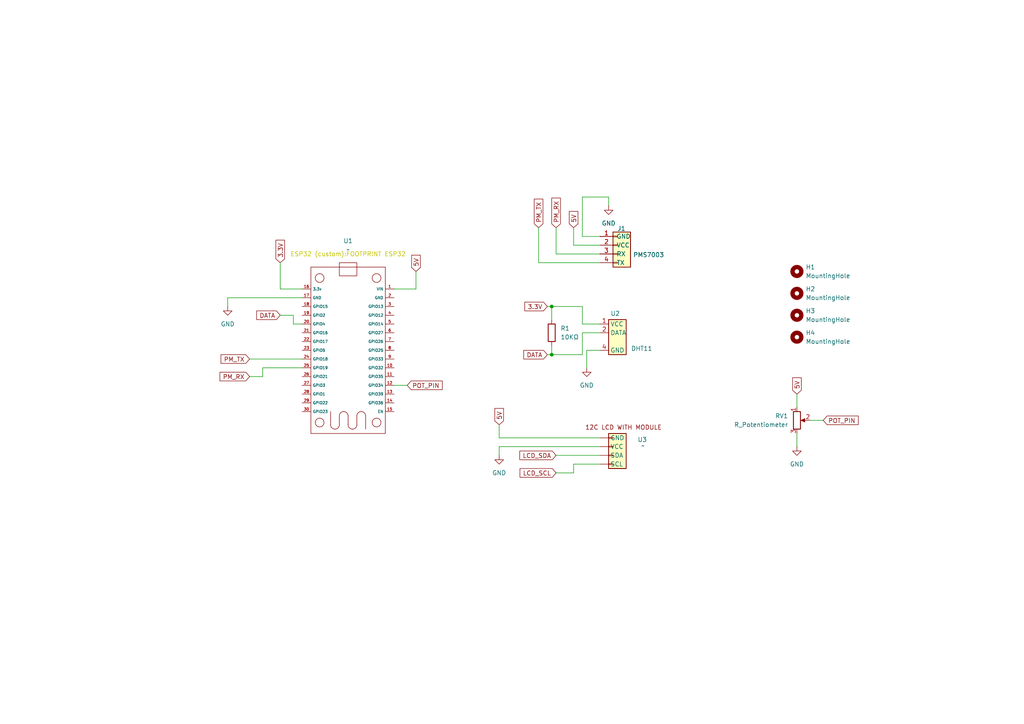
<source format=kicad_sch>
(kicad_sch
	(version 20231120)
	(generator "eeschema")
	(generator_version "8.0")
	(uuid "cfcab6a9-c344-4d96-8102-945fabeab32e")
	(paper "A4")
	(title_block
		(title "PMCO semsor")
		(rev "0")
		(company "Kathmandu University")
		(comment 1 "//comments")
	)
	(lib_symbols
		(symbol "Connector_Generic:Conn_01x04"
			(pin_names
				(offset 1.016)
			)
			(exclude_from_sim no)
			(in_bom yes)
			(on_board yes)
			(property "Reference" "J1"
				(at 0 4.826 0)
				(effects
					(font
						(size 1.27 1.27)
					)
					(justify left)
				)
			)
			(property "Value" "PMS7003"
				(at 4.572 -2.794 0)
				(effects
					(font
						(size 1.27 1.27)
					)
					(justify left)
				)
			)
			(property "Footprint" "Connector_PinHeader_2.54mm:PinHeader_1x04_P2.54mm_Vertical"
				(at 0 0 0)
				(effects
					(font
						(size 1.27 1.27)
					)
					(hide yes)
				)
			)
			(property "Datasheet" "~"
				(at 0 0 0)
				(effects
					(font
						(size 1.27 1.27)
					)
					(hide yes)
				)
			)
			(property "Description" "Generic connector, single row, 01x04, script generated (kicad-library-utils/schlib/autogen/connector/)"
				(at 0 0 0)
				(effects
					(font
						(size 1.27 1.27)
					)
					(hide yes)
				)
			)
			(property "ki_keywords" "connector"
				(at 0 0 0)
				(effects
					(font
						(size 1.27 1.27)
					)
					(hide yes)
				)
			)
			(property "ki_fp_filters" "Connector*:*_1x??_*"
				(at 0 0 0)
				(effects
					(font
						(size 1.27 1.27)
					)
					(hide yes)
				)
			)
			(symbol "Conn_01x04_1_1"
				(rectangle
					(start -1.27 -4.953)
					(end 0 -5.207)
					(stroke
						(width 0.1524)
						(type default)
					)
					(fill
						(type none)
					)
				)
				(rectangle
					(start -1.27 -2.413)
					(end 0 -2.667)
					(stroke
						(width 0.1524)
						(type default)
					)
					(fill
						(type none)
					)
				)
				(rectangle
					(start -1.27 0.127)
					(end 0 -0.127)
					(stroke
						(width 0.1524)
						(type default)
					)
					(fill
						(type none)
					)
				)
				(rectangle
					(start -1.27 2.667)
					(end 0 2.413)
					(stroke
						(width 0.1524)
						(type default)
					)
					(fill
						(type none)
					)
				)
				(rectangle
					(start -1.27 3.81)
					(end 3.81 -6.35)
					(stroke
						(width 0.254)
						(type default)
					)
					(fill
						(type background)
					)
				)
				(pin passive line
					(at -5.08 2.54 0)
					(length 3.81)
					(name "GND"
						(effects
							(font
								(size 1.27 1.27)
							)
						)
					)
					(number "1"
						(effects
							(font
								(size 1.27 1.27)
							)
						)
					)
				)
				(pin passive line
					(at -5.08 0 0)
					(length 3.81)
					(name "VCC"
						(effects
							(font
								(size 1.27 1.27)
							)
						)
					)
					(number "2"
						(effects
							(font
								(size 1.27 1.27)
							)
						)
					)
				)
				(pin passive line
					(at -5.08 -2.54 0)
					(length 3.81)
					(name "RX"
						(effects
							(font
								(size 1.27 1.27)
							)
						)
					)
					(number "3"
						(effects
							(font
								(size 1.27 1.27)
							)
						)
					)
				)
				(pin passive line
					(at -5.08 -5.08 0)
					(length 3.81)
					(name "TX"
						(effects
							(font
								(size 1.27 1.27)
							)
						)
					)
					(number "4"
						(effects
							(font
								(size 1.27 1.27)
							)
						)
					)
				)
			)
		)
		(symbol "Device:R"
			(pin_numbers hide)
			(pin_names
				(offset 0)
			)
			(exclude_from_sim no)
			(in_bom yes)
			(on_board yes)
			(property "Reference" "R"
				(at 2.032 0 90)
				(effects
					(font
						(size 1.27 1.27)
					)
				)
			)
			(property "Value" "R"
				(at 0 0 90)
				(effects
					(font
						(size 1.27 1.27)
					)
				)
			)
			(property "Footprint" ""
				(at -1.778 0 90)
				(effects
					(font
						(size 1.27 1.27)
					)
					(hide yes)
				)
			)
			(property "Datasheet" "~"
				(at 0 0 0)
				(effects
					(font
						(size 1.27 1.27)
					)
					(hide yes)
				)
			)
			(property "Description" "Resistor"
				(at 0 0 0)
				(effects
					(font
						(size 1.27 1.27)
					)
					(hide yes)
				)
			)
			(property "ki_keywords" "R res resistor"
				(at 0 0 0)
				(effects
					(font
						(size 1.27 1.27)
					)
					(hide yes)
				)
			)
			(property "ki_fp_filters" "R_*"
				(at 0 0 0)
				(effects
					(font
						(size 1.27 1.27)
					)
					(hide yes)
				)
			)
			(symbol "R_0_1"
				(rectangle
					(start -1.016 -2.54)
					(end 1.016 2.54)
					(stroke
						(width 0.254)
						(type default)
					)
					(fill
						(type none)
					)
				)
			)
			(symbol "R_1_1"
				(pin passive line
					(at 0 3.81 270)
					(length 1.27)
					(name "~"
						(effects
							(font
								(size 1.27 1.27)
							)
						)
					)
					(number "1"
						(effects
							(font
								(size 1.27 1.27)
							)
						)
					)
				)
				(pin passive line
					(at 0 -3.81 90)
					(length 1.27)
					(name "~"
						(effects
							(font
								(size 1.27 1.27)
							)
						)
					)
					(number "2"
						(effects
							(font
								(size 1.27 1.27)
							)
						)
					)
				)
			)
		)
		(symbol "Device:R_Potentiometer"
			(pin_names
				(offset 1.016) hide)
			(exclude_from_sim no)
			(in_bom yes)
			(on_board yes)
			(property "Reference" "RV"
				(at -4.445 0 90)
				(effects
					(font
						(size 1.27 1.27)
					)
				)
			)
			(property "Value" "R_Potentiometer"
				(at -2.54 0 90)
				(effects
					(font
						(size 1.27 1.27)
					)
				)
			)
			(property "Footprint" ""
				(at 0 0 0)
				(effects
					(font
						(size 1.27 1.27)
					)
					(hide yes)
				)
			)
			(property "Datasheet" "~"
				(at 0 0 0)
				(effects
					(font
						(size 1.27 1.27)
					)
					(hide yes)
				)
			)
			(property "Description" "Potentiometer"
				(at 0 0 0)
				(effects
					(font
						(size 1.27 1.27)
					)
					(hide yes)
				)
			)
			(property "ki_keywords" "resistor variable"
				(at 0 0 0)
				(effects
					(font
						(size 1.27 1.27)
					)
					(hide yes)
				)
			)
			(property "ki_fp_filters" "Potentiometer*"
				(at 0 0 0)
				(effects
					(font
						(size 1.27 1.27)
					)
					(hide yes)
				)
			)
			(symbol "R_Potentiometer_0_1"
				(polyline
					(pts
						(xy 2.54 0) (xy 1.524 0)
					)
					(stroke
						(width 0)
						(type default)
					)
					(fill
						(type none)
					)
				)
				(polyline
					(pts
						(xy 1.143 0) (xy 2.286 0.508) (xy 2.286 -0.508) (xy 1.143 0)
					)
					(stroke
						(width 0)
						(type default)
					)
					(fill
						(type outline)
					)
				)
				(rectangle
					(start 1.016 2.54)
					(end -1.016 -2.54)
					(stroke
						(width 0.254)
						(type default)
					)
					(fill
						(type none)
					)
				)
			)
			(symbol "R_Potentiometer_1_1"
				(pin passive line
					(at 0 3.81 270)
					(length 1.27)
					(name "1"
						(effects
							(font
								(size 1.27 1.27)
							)
						)
					)
					(number "1"
						(effects
							(font
								(size 1.27 1.27)
							)
						)
					)
				)
				(pin passive line
					(at 3.81 0 180)
					(length 1.27)
					(name "2"
						(effects
							(font
								(size 1.27 1.27)
							)
						)
					)
					(number "2"
						(effects
							(font
								(size 1.27 1.27)
							)
						)
					)
				)
				(pin passive line
					(at 0 -3.81 90)
					(length 1.27)
					(name "3"
						(effects
							(font
								(size 1.27 1.27)
							)
						)
					)
					(number "3"
						(effects
							(font
								(size 1.27 1.27)
							)
						)
					)
				)
			)
		)
		(symbol "I2c_LCD (custom):I2c_lcd_with_module"
			(exclude_from_sim no)
			(in_bom yes)
			(on_board yes)
			(property "Reference" "U3"
				(at 8.382 8.382 0)
				(effects
					(font
						(size 1.27 1.27)
					)
					(justify left)
				)
			)
			(property "Value" "~"
				(at 9.398 6.604 0)
				(effects
					(font
						(size 1.27 1.27)
					)
					(justify left)
				)
			)
			(property "Footprint" "Connector_PinHeader_2.54mm:PinHeader_1x04_P2.54mm_Vertical"
				(at 0 0 0)
				(effects
					(font
						(size 1.27 1.27)
					)
					(hide yes)
				)
			)
			(property "Datasheet" ""
				(at 0 0 0)
				(effects
					(font
						(size 1.27 1.27)
					)
					(hide yes)
				)
			)
			(property "Description" ""
				(at 0 0 0)
				(effects
					(font
						(size 1.27 1.27)
					)
					(hide yes)
				)
			)
			(symbol "I2c_lcd_with_module_1_1"
				(rectangle
					(start 0 1.397)
					(end 1.27 1.143)
					(stroke
						(width 0.1524)
						(type default)
					)
					(fill
						(type none)
					)
				)
				(rectangle
					(start 0 3.937)
					(end 1.27 3.683)
					(stroke
						(width 0.1524)
						(type default)
					)
					(fill
						(type none)
					)
				)
				(rectangle
					(start 0 6.477)
					(end 1.27 6.223)
					(stroke
						(width 0.1524)
						(type default)
					)
					(fill
						(type none)
					)
				)
				(rectangle
					(start 0 9.017)
					(end 1.27 8.763)
					(stroke
						(width 0.1524)
						(type default)
					)
					(fill
						(type none)
					)
				)
				(rectangle
					(start 0 10.16)
					(end 5.08 0)
					(stroke
						(width 0.254)
						(type default)
					)
					(fill
						(type background)
					)
				)
				(text "12C LCD WITH MODULE\n "
					(at 4.318 10.922 0)
					(effects
						(font
							(size 1.27 1.27)
						)
					)
				)
				(pin power_out line
					(at -2.54 8.89 0)
					(length 2.54)
					(name "GND"
						(effects
							(font
								(size 1.27 1.27)
							)
						)
					)
					(number ""
						(effects
							(font
								(size 1.27 1.27)
							)
						)
					)
				)
				(pin unspecified line
					(at -2.54 1.27 0)
					(length 2.54)
					(name "SCL"
						(effects
							(font
								(size 1.27 1.27)
							)
						)
					)
					(number ""
						(effects
							(font
								(size 1.27 1.27)
							)
						)
					)
				)
				(pin unspecified line
					(at -2.54 3.81 0)
					(length 2.54)
					(name "SDA"
						(effects
							(font
								(size 1.27 1.27)
							)
						)
					)
					(number ""
						(effects
							(font
								(size 1.27 1.27)
							)
						)
					)
				)
				(pin power_in line
					(at -2.54 6.35 0)
					(length 2.54)
					(name "VCC"
						(effects
							(font
								(size 1.27 1.27)
							)
						)
					)
					(number ""
						(effects
							(font
								(size 1.27 1.27)
							)
						)
					)
				)
			)
		)
		(symbol "Mechanical:MountingHole"
			(pin_names
				(offset 1.016)
			)
			(exclude_from_sim yes)
			(in_bom no)
			(on_board yes)
			(property "Reference" "H"
				(at 0 5.08 0)
				(effects
					(font
						(size 1.27 1.27)
					)
				)
			)
			(property "Value" "MountingHole"
				(at 0 3.175 0)
				(effects
					(font
						(size 1.27 1.27)
					)
				)
			)
			(property "Footprint" ""
				(at 0 0 0)
				(effects
					(font
						(size 1.27 1.27)
					)
					(hide yes)
				)
			)
			(property "Datasheet" "~"
				(at 0 0 0)
				(effects
					(font
						(size 1.27 1.27)
					)
					(hide yes)
				)
			)
			(property "Description" "Mounting Hole without connection"
				(at 0 0 0)
				(effects
					(font
						(size 1.27 1.27)
					)
					(hide yes)
				)
			)
			(property "ki_keywords" "mounting hole"
				(at 0 0 0)
				(effects
					(font
						(size 1.27 1.27)
					)
					(hide yes)
				)
			)
			(property "ki_fp_filters" "MountingHole*"
				(at 0 0 0)
				(effects
					(font
						(size 1.27 1.27)
					)
					(hide yes)
				)
			)
			(symbol "MountingHole_0_1"
				(circle
					(center 0 0)
					(radius 1.27)
					(stroke
						(width 1.27)
						(type default)
					)
					(fill
						(type none)
					)
				)
			)
		)
		(symbol "Sensor:DHT11"
			(exclude_from_sim no)
			(in_bom yes)
			(on_board yes)
			(property "Reference" "U2"
				(at 0.762 8.128 0)
				(effects
					(font
						(size 1.27 1.27)
					)
					(justify right)
				)
			)
			(property "Value" "DHT11"
				(at 10.16 -2.032 0)
				(effects
					(font
						(size 1.27 1.27)
					)
					(justify right)
				)
			)
			(property "Footprint" "Sensor:Aosong_DHT11_5.5x12.0_P2.54mm"
				(at 2.54 22.86 0)
				(effects
					(font
						(size 1.27 1.27)
					)
					(hide yes)
				)
			)
			(property "Datasheet" "http://akizukidenshi.com/download/ds/aosong/DHT11.pdf"
				(at 3.81 16.764 0)
				(effects
					(font
						(size 1.27 1.27)
					)
					(hide yes)
				)
			)
			(property "Description" "3.3V to 5.5V, temperature and humidity module, DHT11"
				(at -0.508 13.716 0)
				(effects
					(font
						(size 1.27 1.27)
					)
					(hide yes)
				)
			)
			(property "ki_keywords" "digital sensor"
				(at 0 0 0)
				(effects
					(font
						(size 1.27 1.27)
					)
					(hide yes)
				)
			)
			(property "ki_fp_filters" "Aosong*DHT11*5.5x12.0*P2.54mm*"
				(at 0 0 0)
				(effects
					(font
						(size 1.27 1.27)
					)
					(hide yes)
				)
			)
			(symbol "DHT11_0_1"
				(rectangle
					(start -2.54 6.35)
					(end 2.54 -3.81)
					(stroke
						(width 0.254)
						(type default)
					)
					(fill
						(type background)
					)
				)
			)
			(symbol "DHT11_1_1"
				(pin power_in line
					(at -5.08 5.08 0)
					(length 2.54)
					(name "VCC"
						(effects
							(font
								(size 1.27 1.27)
							)
						)
					)
					(number "1"
						(effects
							(font
								(size 1.27 1.27)
							)
						)
					)
				)
				(pin bidirectional line
					(at -5.08 2.54 0)
					(length 2.54)
					(name "DATA"
						(effects
							(font
								(size 1.27 1.27)
							)
						)
					)
					(number "2"
						(effects
							(font
								(size 1.27 1.27)
							)
						)
					)
				)
				(pin no_connect line
					(at -5.08 0 0)
					(length 2.54) hide
					(name "NC"
						(effects
							(font
								(size 1.27 1.27)
							)
						)
					)
					(number "3"
						(effects
							(font
								(size 1.27 1.27)
							)
						)
					)
				)
				(pin power_in line
					(at -5.08 -2.54 0)
					(length 2.54)
					(name "GND"
						(effects
							(font
								(size 1.27 1.27)
							)
						)
					)
					(number "4"
						(effects
							(font
								(size 1.27 1.27)
							)
						)
					)
				)
			)
		)
		(symbol "esp32_30pin:ESP32_30Pin"
			(exclude_from_sim no)
			(in_bom yes)
			(on_board yes)
			(property "Reference" "U"
				(at 0 1.016 0)
				(effects
					(font
						(size 1.27 1.27)
					)
				)
			)
			(property "Value" ""
				(at 0.635 -2.54 90)
				(effects
					(font
						(size 1.27 1.27)
					)
				)
			)
			(property "Footprint" "ESP32_30pin"
				(at 0.762 -1.016 0)
				(effects
					(font
						(size 1.27 1.27)
						(color 194 194 0 1)
					)
				)
			)
			(property "Datasheet" ""
				(at 0.635 -2.54 90)
				(effects
					(font
						(size 1.27 1.27)
					)
					(hide yes)
				)
			)
			(property "Description" ""
				(at 0.635 -2.54 90)
				(effects
					(font
						(size 1.27 1.27)
					)
					(hide yes)
				)
			)
			(symbol "ESP32_30Pin_0_1"
				(rectangle
					(start -10.16 -26.67)
					(end 11.43 21.59)
					(stroke
						(width 0)
						(type default)
					)
					(fill
						(type none)
					)
				)
				(circle
					(center -7.62 -23.495)
					(radius 1.27)
					(stroke
						(width 0)
						(type default)
					)
					(fill
						(type none)
					)
				)
				(circle
					(center -7.62 18.415)
					(radius 1.27)
					(stroke
						(width 0)
						(type default)
					)
					(fill
						(type none)
					)
				)
				(arc
					(start -4.445 -24.13)
					(mid -4.0723 -25.0273)
					(end -3.175 -25.4)
					(stroke
						(width 0)
						(type default)
					)
					(fill
						(type none)
					)
				)
				(arc
					(start -3.1675 -25.4075)
					(mid -2.2717 -25.0333)
					(end -1.8975 -24.1375)
					(stroke
						(width 0)
						(type default)
					)
					(fill
						(type none)
					)
				)
				(rectangle
					(start -1.905 19.05)
					(end 3.175 22.86)
					(stroke
						(width 0)
						(type default)
					)
					(fill
						(type none)
					)
				)
				(arc
					(start -0.64 -20.31)
					(mid -1.5358 -20.6842)
					(end -1.91 -21.58)
					(stroke
						(width 0)
						(type default)
					)
					(fill
						(type none)
					)
				)
				(polyline
					(pts
						(xy -4.445 -24.13) (xy -4.445 -22.86)
					)
					(stroke
						(width 0)
						(type default)
					)
					(fill
						(type none)
					)
				)
				(polyline
					(pts
						(xy -4.445 -22.86) (xy -4.445 -20.32)
					)
					(stroke
						(width 0)
						(type default)
					)
					(fill
						(type none)
					)
				)
				(polyline
					(pts
						(xy -1.905 -24.13) (xy -1.905 -22.86)
					)
					(stroke
						(width 0)
						(type default)
					)
					(fill
						(type none)
					)
				)
				(polyline
					(pts
						(xy -1.9025 -21.5875) (xy -1.9025 -22.8575)
					)
					(stroke
						(width 0)
						(type default)
					)
					(fill
						(type none)
					)
				)
				(polyline
					(pts
						(xy 0.635 -24.13) (xy 0.635 -22.86)
					)
					(stroke
						(width 0)
						(type default)
					)
					(fill
						(type none)
					)
				)
				(polyline
					(pts
						(xy 0.6375 -21.5875) (xy 0.6375 -22.8575)
					)
					(stroke
						(width 0)
						(type default)
					)
					(fill
						(type none)
					)
				)
				(polyline
					(pts
						(xy 3.175 -24.13) (xy 3.175 -22.86)
					)
					(stroke
						(width 0)
						(type default)
					)
					(fill
						(type none)
					)
				)
				(polyline
					(pts
						(xy 3.1775 -21.5875) (xy 3.1775 -22.8575)
					)
					(stroke
						(width 0)
						(type default)
					)
					(fill
						(type none)
					)
				)
				(polyline
					(pts
						(xy 5.715 -22.86) (xy 5.715 -25.4)
					)
					(stroke
						(width 0)
						(type default)
					)
					(fill
						(type none)
					)
				)
				(polyline
					(pts
						(xy 5.7175 -21.5875) (xy 5.7175 -22.8575)
					)
					(stroke
						(width 0)
						(type default)
					)
					(fill
						(type none)
					)
				)
				(arc
					(start 0.635 -24.13)
					(mid 1.0077 -25.0273)
					(end 1.905 -25.4)
					(stroke
						(width 0)
						(type default)
					)
					(fill
						(type none)
					)
				)
				(arc
					(start 0.6375 -21.5875)
					(mid 0.2648 -20.6902)
					(end -0.6325 -20.3175)
					(stroke
						(width 0)
						(type default)
					)
					(fill
						(type none)
					)
				)
				(arc
					(start 1.9125 -25.4075)
					(mid 2.8083 -25.0333)
					(end 3.1825 -24.1375)
					(stroke
						(width 0)
						(type default)
					)
					(fill
						(type none)
					)
				)
				(arc
					(start 4.44 -20.31)
					(mid 3.5442 -20.6842)
					(end 3.17 -21.58)
					(stroke
						(width 0)
						(type default)
					)
					(fill
						(type none)
					)
				)
				(arc
					(start 5.7175 -21.5875)
					(mid 5.3448 -20.6902)
					(end 4.4475 -20.3175)
					(stroke
						(width 0)
						(type default)
					)
					(fill
						(type none)
					)
				)
				(circle
					(center 8.89 -23.495)
					(radius 1.27)
					(stroke
						(width 0)
						(type default)
					)
					(fill
						(type none)
					)
				)
				(circle
					(center 8.89 18.415)
					(radius 1.27)
					(stroke
						(width 0)
						(type default)
					)
					(fill
						(type none)
					)
				)
			)
			(symbol "ESP32_30Pin_1_1"
				(pin power_out line
					(at 13.97 15.24 180)
					(length 2.54)
					(name "VIN"
						(effects
							(font
								(size 0.7874 0.7874)
							)
						)
					)
					(number "1"
						(effects
							(font
								(size 0.7874 0.7874)
							)
						)
					)
				)
				(pin bidirectional line
					(at 13.97 -7.62 180)
					(length 2.54)
					(name "GPIO32"
						(effects
							(font
								(size 0.7874 0.7874)
							)
						)
					)
					(number "10"
						(effects
							(font
								(size 0.7874 0.7874)
							)
						)
					)
				)
				(pin bidirectional line
					(at 13.97 -10.16 180)
					(length 2.54)
					(name "GPIO35"
						(effects
							(font
								(size 0.7874 0.7874)
							)
						)
					)
					(number "11"
						(effects
							(font
								(size 0.7874 0.7874)
							)
						)
					)
				)
				(pin bidirectional line
					(at 13.97 -12.7 180)
					(length 2.54)
					(name "GPIO34"
						(effects
							(font
								(size 0.7874 0.7874)
							)
						)
					)
					(number "12"
						(effects
							(font
								(size 0.7874 0.7874)
							)
						)
					)
				)
				(pin bidirectional line
					(at 13.97 -15.24 180)
					(length 2.54)
					(name "GPIO39"
						(effects
							(font
								(size 0.7874 0.7874)
							)
						)
					)
					(number "13"
						(effects
							(font
								(size 0.7874 0.7874)
							)
						)
					)
				)
				(pin bidirectional line
					(at 13.97 -17.78 180)
					(length 2.54)
					(name "GPIO36"
						(effects
							(font
								(size 0.7874 0.7874)
							)
						)
					)
					(number "14"
						(effects
							(font
								(size 0.7874 0.7874)
							)
						)
					)
				)
				(pin bidirectional line
					(at 13.97 -20.32 180)
					(length 2.54)
					(name "EN"
						(effects
							(font
								(size 0.7874 0.7874)
							)
						)
					)
					(number "15"
						(effects
							(font
								(size 0.7874 0.7874)
							)
						)
					)
				)
				(pin output line
					(at -12.7 15.24 0)
					(length 2.54)
					(name "3.3v"
						(effects
							(font
								(size 0.7874 0.7874)
							)
						)
					)
					(number "16"
						(effects
							(font
								(size 0.7874 0.7874)
							)
						)
					)
				)
				(pin power_in line
					(at -12.7 12.7 0)
					(length 2.54)
					(name "GND"
						(effects
							(font
								(size 0.7874 0.7874)
							)
						)
					)
					(number "17"
						(effects
							(font
								(size 0.7874 0.7874)
							)
						)
					)
				)
				(pin bidirectional line
					(at -12.7 10.16 0)
					(length 2.54)
					(name "GPIO15"
						(effects
							(font
								(size 0.7874 0.7874)
							)
						)
					)
					(number "18"
						(effects
							(font
								(size 0.7874 0.7874)
							)
						)
					)
				)
				(pin bidirectional line
					(at -12.7 7.62 0)
					(length 2.54)
					(name "GPIO2"
						(effects
							(font
								(size 0.7874 0.7874)
							)
						)
					)
					(number "19"
						(effects
							(font
								(size 0.7874 0.7874)
							)
						)
					)
				)
				(pin bidirectional line
					(at 13.97 12.7 180)
					(length 2.54)
					(name "GND"
						(effects
							(font
								(size 0.7874 0.7874)
							)
						)
					)
					(number "2"
						(effects
							(font
								(size 0.7874 0.7874)
							)
						)
					)
				)
				(pin bidirectional line
					(at -12.7 5.08 0)
					(length 2.54)
					(name "GPIO4"
						(effects
							(font
								(size 0.7874 0.7874)
							)
						)
					)
					(number "20"
						(effects
							(font
								(size 0.7874 0.7874)
							)
						)
					)
				)
				(pin bidirectional line
					(at -12.7 2.54 0)
					(length 2.54)
					(name "GPIO16"
						(effects
							(font
								(size 0.7874 0.7874)
							)
						)
					)
					(number "21"
						(effects
							(font
								(size 0.7874 0.7874)
							)
						)
					)
				)
				(pin bidirectional line
					(at -12.7 0 0)
					(length 2.54)
					(name "GPIO17"
						(effects
							(font
								(size 0.7874 0.7874)
							)
						)
					)
					(number "22"
						(effects
							(font
								(size 0.7874 0.7874)
							)
						)
					)
				)
				(pin bidirectional line
					(at -12.7 -2.54 0)
					(length 2.54)
					(name "GPIO5"
						(effects
							(font
								(size 0.7874 0.7874)
							)
						)
					)
					(number "23"
						(effects
							(font
								(size 0.7874 0.7874)
							)
						)
					)
				)
				(pin bidirectional line
					(at -12.7 -5.08 0)
					(length 2.54)
					(name "GPIO18"
						(effects
							(font
								(size 0.7874 0.7874)
							)
						)
					)
					(number "24"
						(effects
							(font
								(size 0.7874 0.7874)
							)
						)
					)
				)
				(pin bidirectional line
					(at -12.7 -7.62 0)
					(length 2.54)
					(name "GPIO19"
						(effects
							(font
								(size 0.7874 0.7874)
							)
						)
					)
					(number "25"
						(effects
							(font
								(size 0.7874 0.7874)
							)
						)
					)
				)
				(pin bidirectional line
					(at -12.7 -10.16 0)
					(length 2.54)
					(name "GPIO21"
						(effects
							(font
								(size 0.7874 0.7874)
							)
						)
					)
					(number "26"
						(effects
							(font
								(size 0.7874 0.7874)
							)
						)
					)
				)
				(pin bidirectional line
					(at -12.7 -12.7 0)
					(length 2.54)
					(name "GPIO3"
						(effects
							(font
								(size 0.7874 0.7874)
							)
						)
					)
					(number "27"
						(effects
							(font
								(size 0.7874 0.7874)
							)
						)
					)
				)
				(pin bidirectional line
					(at -12.7 -15.24 0)
					(length 2.54)
					(name "GPIO1"
						(effects
							(font
								(size 0.7874 0.7874)
							)
						)
					)
					(number "28"
						(effects
							(font
								(size 0.7874 0.7874)
							)
						)
					)
				)
				(pin bidirectional line
					(at -12.7 -17.78 0)
					(length 2.54)
					(name "GPIO22"
						(effects
							(font
								(size 0.7874 0.7874)
							)
						)
					)
					(number "29"
						(effects
							(font
								(size 0.7874 0.7874)
							)
						)
					)
				)
				(pin bidirectional line
					(at 13.97 10.16 180)
					(length 2.54)
					(name "GPIO13"
						(effects
							(font
								(size 0.7874 0.7874)
							)
						)
					)
					(number "3"
						(effects
							(font
								(size 0.7874 0.7874)
							)
						)
					)
				)
				(pin bidirectional line
					(at -12.7 -20.32 0)
					(length 2.54)
					(name "GPIO23"
						(effects
							(font
								(size 0.7874 0.7874)
							)
						)
					)
					(number "30"
						(effects
							(font
								(size 0.7874 0.7874)
							)
						)
					)
				)
				(pin bidirectional line
					(at 13.97 7.62 180)
					(length 2.54)
					(name "GPIO12"
						(effects
							(font
								(size 0.7874 0.7874)
							)
						)
					)
					(number "4"
						(effects
							(font
								(size 0.7874 0.7874)
							)
						)
					)
				)
				(pin bidirectional line
					(at 13.97 5.08 180)
					(length 2.54)
					(name "GPIO14"
						(effects
							(font
								(size 0.7874 0.7874)
							)
						)
					)
					(number "5"
						(effects
							(font
								(size 0.7874 0.7874)
							)
						)
					)
				)
				(pin bidirectional line
					(at 13.97 2.54 180)
					(length 2.54)
					(name "GPIO27"
						(effects
							(font
								(size 0.7874 0.7874)
							)
						)
					)
					(number "6"
						(effects
							(font
								(size 0.7874 0.7874)
							)
						)
					)
				)
				(pin bidirectional line
					(at 13.97 0 180)
					(length 2.54)
					(name "GPIO26"
						(effects
							(font
								(size 0.7874 0.7874)
							)
						)
					)
					(number "7"
						(effects
							(font
								(size 0.7874 0.7874)
							)
						)
					)
				)
				(pin bidirectional line
					(at 13.97 -2.54 180)
					(length 2.54)
					(name "GPIO25"
						(effects
							(font
								(size 0.7874 0.7874)
							)
						)
					)
					(number "8"
						(effects
							(font
								(size 0.7874 0.7874)
							)
						)
					)
				)
				(pin bidirectional line
					(at 13.97 -5.08 180)
					(length 2.54)
					(name "GPIO33"
						(effects
							(font
								(size 0.7874 0.7874)
							)
						)
					)
					(number "9"
						(effects
							(font
								(size 0.7874 0.7874)
							)
						)
					)
				)
			)
		)
		(symbol "power:GND"
			(power)
			(pin_numbers hide)
			(pin_names
				(offset 0) hide)
			(exclude_from_sim no)
			(in_bom yes)
			(on_board yes)
			(property "Reference" "#PWR"
				(at 0 -6.35 0)
				(effects
					(font
						(size 1.27 1.27)
					)
					(hide yes)
				)
			)
			(property "Value" "GND"
				(at 0 -3.81 0)
				(effects
					(font
						(size 1.27 1.27)
					)
				)
			)
			(property "Footprint" ""
				(at 0 0 0)
				(effects
					(font
						(size 1.27 1.27)
					)
					(hide yes)
				)
			)
			(property "Datasheet" ""
				(at 0 0 0)
				(effects
					(font
						(size 1.27 1.27)
					)
					(hide yes)
				)
			)
			(property "Description" "Power symbol creates a global label with name \"GND\" , ground"
				(at 0 0 0)
				(effects
					(font
						(size 1.27 1.27)
					)
					(hide yes)
				)
			)
			(property "ki_keywords" "global power"
				(at 0 0 0)
				(effects
					(font
						(size 1.27 1.27)
					)
					(hide yes)
				)
			)
			(symbol "GND_0_1"
				(polyline
					(pts
						(xy 0 0) (xy 0 -1.27) (xy 1.27 -1.27) (xy 0 -2.54) (xy -1.27 -1.27) (xy 0 -1.27)
					)
					(stroke
						(width 0)
						(type default)
					)
					(fill
						(type none)
					)
				)
			)
			(symbol "GND_1_1"
				(pin power_in line
					(at 0 0 270)
					(length 0)
					(name "~"
						(effects
							(font
								(size 1.27 1.27)
							)
						)
					)
					(number "1"
						(effects
							(font
								(size 1.27 1.27)
							)
						)
					)
				)
			)
		)
	)
	(junction
		(at 160.02 88.9)
		(diameter 0)
		(color 0 0 0 0)
		(uuid "2170eb97-1eeb-4656-ba85-7b25c8071dc1")
	)
	(junction
		(at 160.02 102.87)
		(diameter 0)
		(color 0 0 0 0)
		(uuid "d0518e22-4f52-42b8-80b5-44cbad66c3ba")
	)
	(wire
		(pts
			(xy 161.29 132.08) (xy 173.99 132.08)
		)
		(stroke
			(width 0)
			(type default)
		)
		(uuid "09bc5fb7-7db2-4cad-be7f-da41d94811e7")
	)
	(wire
		(pts
			(xy 166.37 137.16) (xy 161.29 137.16)
		)
		(stroke
			(width 0)
			(type default)
		)
		(uuid "0e750ede-bdb3-4376-9847-c0d32ad779c9")
	)
	(wire
		(pts
			(xy 173.99 68.58) (xy 168.91 68.58)
		)
		(stroke
			(width 0)
			(type default)
		)
		(uuid "0faa7b71-6053-4eb1-9ad7-b3ee100bf971")
	)
	(wire
		(pts
			(xy 120.65 78.74) (xy 120.65 83.82)
		)
		(stroke
			(width 0)
			(type default)
		)
		(uuid "1129f416-0574-46a2-a628-0f5a17fe1901")
	)
	(wire
		(pts
			(xy 161.29 73.66) (xy 173.99 73.66)
		)
		(stroke
			(width 0)
			(type default)
		)
		(uuid "199ace6d-02a0-4c9b-9b4c-18e398323015")
	)
	(wire
		(pts
			(xy 168.91 88.9) (xy 168.91 93.98)
		)
		(stroke
			(width 0)
			(type default)
		)
		(uuid "22d17f90-3259-45db-9a44-a8ef2e5a7963")
	)
	(wire
		(pts
			(xy 72.39 104.14) (xy 87.63 104.14)
		)
		(stroke
			(width 0)
			(type default)
		)
		(uuid "2709f697-d9cd-4c40-9c25-fab2d0f22073")
	)
	(wire
		(pts
			(xy 231.14 125.73) (xy 231.14 129.54)
		)
		(stroke
			(width 0)
			(type default)
		)
		(uuid "278764b1-014e-4dda-a621-168c997a02a2")
	)
	(wire
		(pts
			(xy 160.02 102.87) (xy 158.75 102.87)
		)
		(stroke
			(width 0)
			(type default)
		)
		(uuid "3167a111-50e7-40fd-adcc-b5ae8432cd02")
	)
	(wire
		(pts
			(xy 144.78 123.19) (xy 144.78 127)
		)
		(stroke
			(width 0)
			(type default)
		)
		(uuid "319a3350-a8f8-4114-a8d9-3c68522c4b68")
	)
	(wire
		(pts
			(xy 168.91 96.52) (xy 168.91 102.87)
		)
		(stroke
			(width 0)
			(type default)
		)
		(uuid "36203f92-564d-4679-8d11-0274e2556c3e")
	)
	(wire
		(pts
			(xy 161.29 66.04) (xy 161.29 73.66)
		)
		(stroke
			(width 0)
			(type default)
		)
		(uuid "3d805354-aff5-4e2d-8227-2b8ba85de64f")
	)
	(wire
		(pts
			(xy 156.21 76.2) (xy 173.99 76.2)
		)
		(stroke
			(width 0)
			(type default)
		)
		(uuid "46248f34-2700-4b31-9913-7fe191bf0a52")
	)
	(wire
		(pts
			(xy 173.99 101.6) (xy 170.18 101.6)
		)
		(stroke
			(width 0)
			(type default)
		)
		(uuid "462a9696-2161-4618-96a8-02791a6bfc66")
	)
	(wire
		(pts
			(xy 81.28 91.44) (xy 85.09 91.44)
		)
		(stroke
			(width 0)
			(type default)
		)
		(uuid "47f09e67-af90-41cf-bcc4-e3317ceaa887")
	)
	(wire
		(pts
			(xy 166.37 66.04) (xy 166.37 71.12)
		)
		(stroke
			(width 0)
			(type default)
		)
		(uuid "5d8bb359-82c1-491a-ad0a-559607f12a89")
	)
	(wire
		(pts
			(xy 85.09 93.98) (xy 87.63 93.98)
		)
		(stroke
			(width 0)
			(type default)
		)
		(uuid "62d854c2-b483-4f6f-9325-719b62c2e46b")
	)
	(wire
		(pts
			(xy 76.2 106.68) (xy 87.63 106.68)
		)
		(stroke
			(width 0)
			(type default)
		)
		(uuid "63185d01-f1e3-4ed2-a9ab-1b599db58c85")
	)
	(wire
		(pts
			(xy 156.21 66.04) (xy 156.21 76.2)
		)
		(stroke
			(width 0)
			(type default)
		)
		(uuid "6ad52a3b-138e-4d15-8cab-55d4aacc0735")
	)
	(wire
		(pts
			(xy 173.99 129.54) (xy 144.78 129.54)
		)
		(stroke
			(width 0)
			(type default)
		)
		(uuid "6fa7920d-20e3-425d-89a2-896dbf4c3e13")
	)
	(wire
		(pts
			(xy 114.3 83.82) (xy 120.65 83.82)
		)
		(stroke
			(width 0)
			(type default)
		)
		(uuid "7a67a223-9560-4424-84b1-63160a26b2e5")
	)
	(wire
		(pts
			(xy 87.63 86.36) (xy 66.04 86.36)
		)
		(stroke
			(width 0)
			(type default)
		)
		(uuid "7dcb2cf2-d90d-4c64-8448-651336affb2f")
	)
	(wire
		(pts
			(xy 72.39 109.22) (xy 76.2 109.22)
		)
		(stroke
			(width 0)
			(type default)
		)
		(uuid "7e774c10-58e5-494a-9648-ff2387bbbfe3")
	)
	(wire
		(pts
			(xy 81.28 83.82) (xy 87.63 83.82)
		)
		(stroke
			(width 0)
			(type default)
		)
		(uuid "81d4526e-6cbe-4863-92b3-b0990dcfe774")
	)
	(wire
		(pts
			(xy 66.04 86.36) (xy 66.04 88.9)
		)
		(stroke
			(width 0)
			(type default)
		)
		(uuid "88f33bdf-0713-4edd-bbbf-fc6cba1572c5")
	)
	(wire
		(pts
			(xy 144.78 129.54) (xy 144.78 132.08)
		)
		(stroke
			(width 0)
			(type default)
		)
		(uuid "8c4f65fa-22d9-4aec-a410-5d349e98f39e")
	)
	(wire
		(pts
			(xy 168.91 68.58) (xy 168.91 57.15)
		)
		(stroke
			(width 0)
			(type default)
		)
		(uuid "8ea01b70-e16a-4928-8e9a-b22760d0680a")
	)
	(wire
		(pts
			(xy 234.95 121.92) (xy 238.76 121.92)
		)
		(stroke
			(width 0)
			(type default)
		)
		(uuid "9b5ad725-c209-401d-93a1-6c920b8e6389")
	)
	(wire
		(pts
			(xy 166.37 134.62) (xy 166.37 137.16)
		)
		(stroke
			(width 0)
			(type default)
		)
		(uuid "9db94ff5-5221-4e1f-9e58-588bd61fc8a9")
	)
	(wire
		(pts
			(xy 168.91 93.98) (xy 173.99 93.98)
		)
		(stroke
			(width 0)
			(type default)
		)
		(uuid "a7b06283-3874-44d3-9bb4-89178aeb4607")
	)
	(wire
		(pts
			(xy 158.75 88.9) (xy 160.02 88.9)
		)
		(stroke
			(width 0)
			(type default)
		)
		(uuid "a99d460a-c8cd-4333-90e0-0406fea6042e")
	)
	(wire
		(pts
			(xy 173.99 134.62) (xy 166.37 134.62)
		)
		(stroke
			(width 0)
			(type default)
		)
		(uuid "aa755bf1-b9ac-4b27-8c9e-351321c73d0b")
	)
	(wire
		(pts
			(xy 144.78 127) (xy 173.99 127)
		)
		(stroke
			(width 0)
			(type default)
		)
		(uuid "aee796f0-1562-4d21-ae3c-ee8a3787d1ec")
	)
	(wire
		(pts
			(xy 168.91 57.15) (xy 176.53 57.15)
		)
		(stroke
			(width 0)
			(type default)
		)
		(uuid "b275faa4-f573-4bec-9a3d-ee35581dc7a7")
	)
	(wire
		(pts
			(xy 160.02 100.33) (xy 160.02 102.87)
		)
		(stroke
			(width 0)
			(type default)
		)
		(uuid "bc135c8d-2790-455c-8a64-01779f76823f")
	)
	(wire
		(pts
			(xy 85.09 91.44) (xy 85.09 93.98)
		)
		(stroke
			(width 0)
			(type default)
		)
		(uuid "c43322c0-893a-4c82-aba5-b033fb96a7d6")
	)
	(wire
		(pts
			(xy 231.14 114.3) (xy 231.14 118.11)
		)
		(stroke
			(width 0)
			(type default)
		)
		(uuid "c98474a0-0890-4ca2-ba01-cfca94165fb4")
	)
	(wire
		(pts
			(xy 160.02 88.9) (xy 168.91 88.9)
		)
		(stroke
			(width 0)
			(type default)
		)
		(uuid "cdd9d9b0-a624-43d9-b4aa-2bba955e4061")
	)
	(wire
		(pts
			(xy 76.2 109.22) (xy 76.2 106.68)
		)
		(stroke
			(width 0)
			(type default)
		)
		(uuid "d8ee71fd-53ff-47e8-a0d9-a5276c140a51")
	)
	(wire
		(pts
			(xy 166.37 71.12) (xy 173.99 71.12)
		)
		(stroke
			(width 0)
			(type default)
		)
		(uuid "d9356306-0fda-4a92-9b38-83ca1691c533")
	)
	(wire
		(pts
			(xy 168.91 102.87) (xy 160.02 102.87)
		)
		(stroke
			(width 0)
			(type default)
		)
		(uuid "d9e28085-6a41-4407-990b-3d57f09d5590")
	)
	(wire
		(pts
			(xy 176.53 57.15) (xy 176.53 59.69)
		)
		(stroke
			(width 0)
			(type default)
		)
		(uuid "e226455b-f2c2-4a33-8ae0-252e6f3319e0")
	)
	(wire
		(pts
			(xy 168.91 96.52) (xy 173.99 96.52)
		)
		(stroke
			(width 0)
			(type default)
		)
		(uuid "e3a65ac2-3db8-4f3a-b980-e71f6c123d0a")
	)
	(wire
		(pts
			(xy 81.28 76.2) (xy 81.28 83.82)
		)
		(stroke
			(width 0)
			(type default)
		)
		(uuid "e564a035-01ae-4e35-875d-a5f4d89896c5")
	)
	(wire
		(pts
			(xy 170.18 101.6) (xy 170.18 106.68)
		)
		(stroke
			(width 0)
			(type default)
		)
		(uuid "ea991e3f-87ba-4157-9a78-05bb0fd9c46f")
	)
	(wire
		(pts
			(xy 114.3 111.76) (xy 118.11 111.76)
		)
		(stroke
			(width 0)
			(type default)
		)
		(uuid "f6108112-f5ea-434d-bd45-c8b379dd1069")
	)
	(wire
		(pts
			(xy 160.02 88.9) (xy 160.02 92.71)
		)
		(stroke
			(width 0)
			(type default)
		)
		(uuid "fa3c368a-ea5f-4ac0-a2d8-3b928f97e9ee")
	)
	(global_label "POT_PIN"
		(shape input)
		(at 118.11 111.76 0)
		(fields_autoplaced yes)
		(effects
			(font
				(size 1.27 1.27)
			)
			(justify left)
		)
		(uuid "0738679c-c745-4532-abc4-dcf97b9b4549")
		(property "Intersheetrefs" "${INTERSHEET_REFS}"
			(at 128.8362 111.76 0)
			(effects
				(font
					(size 1.27 1.27)
				)
				(justify left)
				(hide yes)
			)
		)
	)
	(global_label "PM_RX"
		(shape input)
		(at 161.29 66.04 90)
		(fields_autoplaced yes)
		(effects
			(font
				(size 1.27 1.27)
			)
			(justify left)
		)
		(uuid "0a09e272-aa49-4c9c-84dd-371526b15fb7")
		(property "Intersheetrefs" "${INTERSHEET_REFS}"
			(at 161.29 56.8863 90)
			(effects
				(font
					(size 1.27 1.27)
				)
				(justify left)
				(hide yes)
			)
		)
	)
	(global_label "POT_PIN"
		(shape input)
		(at 238.76 121.92 0)
		(fields_autoplaced yes)
		(effects
			(font
				(size 1.27 1.27)
			)
			(justify left)
		)
		(uuid "14605229-2837-47d0-9594-5d319cfd008a")
		(property "Intersheetrefs" "${INTERSHEET_REFS}"
			(at 249.4862 121.92 0)
			(effects
				(font
					(size 1.27 1.27)
				)
				(justify left)
				(hide yes)
			)
		)
	)
	(global_label "5V"
		(shape input)
		(at 120.65 78.74 90)
		(fields_autoplaced yes)
		(effects
			(font
				(size 1.27 1.27)
			)
			(justify left)
		)
		(uuid "1d4517d6-af6a-4b33-bd6e-eaed6b0b15ff")
		(property "Intersheetrefs" "${INTERSHEET_REFS}"
			(at 120.65 73.4567 90)
			(effects
				(font
					(size 1.27 1.27)
				)
				(justify left)
				(hide yes)
			)
		)
	)
	(global_label "PM_TX"
		(shape input)
		(at 156.21 66.04 90)
		(fields_autoplaced yes)
		(effects
			(font
				(size 1.27 1.27)
			)
			(justify left)
		)
		(uuid "27d25949-19cd-4ad4-80ab-b2ef5aff375b")
		(property "Intersheetrefs" "${INTERSHEET_REFS}"
			(at 156.21 57.1887 90)
			(effects
				(font
					(size 1.27 1.27)
				)
				(justify left)
				(hide yes)
			)
		)
	)
	(global_label "PM_TX"
		(shape input)
		(at 72.39 104.14 180)
		(fields_autoplaced yes)
		(effects
			(font
				(size 1.27 1.27)
			)
			(justify right)
		)
		(uuid "349c5eaf-43a2-42dc-94a4-6ecbb3a34590")
		(property "Intersheetrefs" "${INTERSHEET_REFS}"
			(at 63.5387 104.14 0)
			(effects
				(font
					(size 1.27 1.27)
				)
				(justify right)
				(hide yes)
			)
		)
	)
	(global_label "5V"
		(shape input)
		(at 144.78 123.19 90)
		(fields_autoplaced yes)
		(effects
			(font
				(size 1.27 1.27)
			)
			(justify left)
		)
		(uuid "65d776a6-e997-4666-a19b-544933bea28c")
		(property "Intersheetrefs" "${INTERSHEET_REFS}"
			(at 144.78 117.9067 90)
			(effects
				(font
					(size 1.27 1.27)
				)
				(justify left)
				(hide yes)
			)
		)
	)
	(global_label "DATA"
		(shape input)
		(at 158.75 102.87 180)
		(fields_autoplaced yes)
		(effects
			(font
				(size 1.27 1.27)
			)
			(justify right)
		)
		(uuid "7f8352d8-9bb7-46a0-a471-1c30c9a4f0e0")
		(property "Intersheetrefs" "${INTERSHEET_REFS}"
			(at 151.35 102.87 0)
			(effects
				(font
					(size 1.27 1.27)
				)
				(justify right)
				(hide yes)
			)
		)
	)
	(global_label "DATA"
		(shape input)
		(at 81.28 91.44 180)
		(fields_autoplaced yes)
		(effects
			(font
				(size 1.27 1.27)
			)
			(justify right)
		)
		(uuid "9ec3054d-d8cf-4827-b57a-9adb42eee11b")
		(property "Intersheetrefs" "${INTERSHEET_REFS}"
			(at 73.88 91.44 0)
			(effects
				(font
					(size 1.27 1.27)
				)
				(justify right)
				(hide yes)
			)
		)
	)
	(global_label "LCD_SCL"
		(shape input)
		(at 161.29 137.16 180)
		(fields_autoplaced yes)
		(effects
			(font
				(size 1.27 1.27)
			)
			(justify right)
		)
		(uuid "b8d1db9a-f611-4142-9ec8-168078d2af3e")
		(property "Intersheetrefs" "${INTERSHEET_REFS}"
			(at 150.2615 137.16 0)
			(effects
				(font
					(size 1.27 1.27)
				)
				(justify right)
				(hide yes)
			)
		)
	)
	(global_label "LCD_SDA"
		(shape input)
		(at 161.29 132.08 180)
		(fields_autoplaced yes)
		(effects
			(font
				(size 1.27 1.27)
			)
			(justify right)
		)
		(uuid "c3249849-14e6-48bf-aac2-9038ff1a9d05")
		(property "Intersheetrefs" "${INTERSHEET_REFS}"
			(at 150.201 132.08 0)
			(effects
				(font
					(size 1.27 1.27)
				)
				(justify right)
				(hide yes)
			)
		)
	)
	(global_label "3.3V"
		(shape input)
		(at 81.28 76.2 90)
		(fields_autoplaced yes)
		(effects
			(font
				(size 1.27 1.27)
			)
			(justify left)
		)
		(uuid "caf2171c-fa03-49dc-9526-a6f54a5daa0e")
		(property "Intersheetrefs" "${INTERSHEET_REFS}"
			(at 81.28 69.1024 90)
			(effects
				(font
					(size 1.27 1.27)
				)
				(justify left)
				(hide yes)
			)
		)
	)
	(global_label "PM_RX"
		(shape input)
		(at 72.39 109.22 180)
		(fields_autoplaced yes)
		(effects
			(font
				(size 1.27 1.27)
			)
			(justify right)
		)
		(uuid "d5ea41ee-69e4-463d-aa03-3cabb00a9da9")
		(property "Intersheetrefs" "${INTERSHEET_REFS}"
			(at 63.2363 109.22 0)
			(effects
				(font
					(size 1.27 1.27)
				)
				(justify right)
				(hide yes)
			)
		)
	)
	(global_label "5V"
		(shape input)
		(at 166.37 66.04 90)
		(fields_autoplaced yes)
		(effects
			(font
				(size 1.27 1.27)
			)
			(justify left)
		)
		(uuid "ddc4e9cf-80b6-442a-8c66-7f78485f87e9")
		(property "Intersheetrefs" "${INTERSHEET_REFS}"
			(at 166.37 60.7567 90)
			(effects
				(font
					(size 1.27 1.27)
				)
				(justify left)
				(hide yes)
			)
		)
	)
	(global_label "5V"
		(shape input)
		(at 231.14 114.3 90)
		(fields_autoplaced yes)
		(effects
			(font
				(size 1.27 1.27)
			)
			(justify left)
		)
		(uuid "ece8d695-003e-4914-87e4-ffb0ec1fe835")
		(property "Intersheetrefs" "${INTERSHEET_REFS}"
			(at 231.14 109.0167 90)
			(effects
				(font
					(size 1.27 1.27)
				)
				(justify left)
				(hide yes)
			)
		)
	)
	(global_label "3.3V"
		(shape input)
		(at 158.75 88.9 180)
		(fields_autoplaced yes)
		(effects
			(font
				(size 1.27 1.27)
			)
			(justify right)
		)
		(uuid "f56f423a-59e3-428c-8470-68e830185c99")
		(property "Intersheetrefs" "${INTERSHEET_REFS}"
			(at 151.6524 88.9 0)
			(effects
				(font
					(size 1.27 1.27)
				)
				(justify right)
				(hide yes)
			)
		)
	)
	(symbol
		(lib_id "power:GND")
		(at 176.53 59.69 0)
		(unit 1)
		(exclude_from_sim no)
		(in_bom yes)
		(on_board yes)
		(dnp no)
		(fields_autoplaced yes)
		(uuid "04111a54-921c-4af5-9ec5-94ae60eff419")
		(property "Reference" "#PWR03"
			(at 176.53 66.04 0)
			(effects
				(font
					(size 1.27 1.27)
				)
				(hide yes)
			)
		)
		(property "Value" "GND"
			(at 176.53 64.77 0)
			(effects
				(font
					(size 1.27 1.27)
				)
			)
		)
		(property "Footprint" ""
			(at 176.53 59.69 0)
			(effects
				(font
					(size 1.27 1.27)
				)
				(hide yes)
			)
		)
		(property "Datasheet" ""
			(at 176.53 59.69 0)
			(effects
				(font
					(size 1.27 1.27)
				)
				(hide yes)
			)
		)
		(property "Description" "Power symbol creates a global label with name \"GND\" , ground"
			(at 176.53 59.69 0)
			(effects
				(font
					(size 1.27 1.27)
				)
				(hide yes)
			)
		)
		(pin "1"
			(uuid "1d963973-6472-42aa-ac61-794b927d7caf")
		)
		(instances
			(project "pmpm"
				(path "/cfcab6a9-c344-4d96-8102-945fabeab32e"
					(reference "#PWR03")
					(unit 1)
				)
			)
		)
	)
	(symbol
		(lib_id "Mechanical:MountingHole")
		(at 231.14 78.74 0)
		(unit 1)
		(exclude_from_sim yes)
		(in_bom no)
		(on_board yes)
		(dnp no)
		(fields_autoplaced yes)
		(uuid "06476928-a29e-4303-89b7-f9e85a8cd419")
		(property "Reference" "H1"
			(at 233.68 77.4699 0)
			(effects
				(font
					(size 1.27 1.27)
				)
				(justify left)
			)
		)
		(property "Value" "MountingHole"
			(at 233.68 80.0099 0)
			(effects
				(font
					(size 1.27 1.27)
				)
				(justify left)
			)
		)
		(property "Footprint" "MountingHole:MountingHole_2.5mm_Pad"
			(at 231.14 78.74 0)
			(effects
				(font
					(size 1.27 1.27)
				)
				(hide yes)
			)
		)
		(property "Datasheet" "~"
			(at 231.14 78.74 0)
			(effects
				(font
					(size 1.27 1.27)
				)
				(hide yes)
			)
		)
		(property "Description" "Mounting Hole without connection"
			(at 231.14 78.74 0)
			(effects
				(font
					(size 1.27 1.27)
				)
				(hide yes)
			)
		)
		(instances
			(project ""
				(path "/cfcab6a9-c344-4d96-8102-945fabeab32e"
					(reference "H1")
					(unit 1)
				)
			)
		)
	)
	(symbol
		(lib_id "power:GND")
		(at 144.78 132.08 0)
		(unit 1)
		(exclude_from_sim no)
		(in_bom yes)
		(on_board yes)
		(dnp no)
		(fields_autoplaced yes)
		(uuid "2bc7df24-4e8c-4c12-b179-558e5a377293")
		(property "Reference" "#PWR04"
			(at 144.78 138.43 0)
			(effects
				(font
					(size 1.27 1.27)
				)
				(hide yes)
			)
		)
		(property "Value" "GND"
			(at 144.78 137.16 0)
			(effects
				(font
					(size 1.27 1.27)
				)
			)
		)
		(property "Footprint" ""
			(at 144.78 132.08 0)
			(effects
				(font
					(size 1.27 1.27)
				)
				(hide yes)
			)
		)
		(property "Datasheet" ""
			(at 144.78 132.08 0)
			(effects
				(font
					(size 1.27 1.27)
				)
				(hide yes)
			)
		)
		(property "Description" "Power symbol creates a global label with name \"GND\" , ground"
			(at 144.78 132.08 0)
			(effects
				(font
					(size 1.27 1.27)
				)
				(hide yes)
			)
		)
		(pin "1"
			(uuid "30305b8f-0589-477a-898d-0730b835965d")
		)
		(instances
			(project "pmco kicad"
				(path "/cfcab6a9-c344-4d96-8102-945fabeab32e"
					(reference "#PWR04")
					(unit 1)
				)
			)
		)
	)
	(symbol
		(lib_id "power:GND")
		(at 170.18 106.68 0)
		(unit 1)
		(exclude_from_sim no)
		(in_bom yes)
		(on_board yes)
		(dnp no)
		(fields_autoplaced yes)
		(uuid "32d488a9-eeee-440d-a149-5658e606ff97")
		(property "Reference" "#PWR01"
			(at 170.18 113.03 0)
			(effects
				(font
					(size 1.27 1.27)
				)
				(hide yes)
			)
		)
		(property "Value" "GND"
			(at 170.18 111.76 0)
			(effects
				(font
					(size 1.27 1.27)
				)
			)
		)
		(property "Footprint" ""
			(at 170.18 106.68 0)
			(effects
				(font
					(size 1.27 1.27)
				)
				(hide yes)
			)
		)
		(property "Datasheet" ""
			(at 170.18 106.68 0)
			(effects
				(font
					(size 1.27 1.27)
				)
				(hide yes)
			)
		)
		(property "Description" "Power symbol creates a global label with name \"GND\" , ground"
			(at 170.18 106.68 0)
			(effects
				(font
					(size 1.27 1.27)
				)
				(hide yes)
			)
		)
		(pin "1"
			(uuid "9bd886b9-b3ff-4b2e-bfd2-76eca092171f")
		)
		(instances
			(project ""
				(path "/cfcab6a9-c344-4d96-8102-945fabeab32e"
					(reference "#PWR01")
					(unit 1)
				)
			)
		)
	)
	(symbol
		(lib_id "Mechanical:MountingHole")
		(at 231.14 85.09 0)
		(unit 1)
		(exclude_from_sim yes)
		(in_bom no)
		(on_board yes)
		(dnp no)
		(fields_autoplaced yes)
		(uuid "43328fc0-e8b3-4a97-9d03-8529c23b5bf2")
		(property "Reference" "H2"
			(at 233.68 83.8199 0)
			(effects
				(font
					(size 1.27 1.27)
				)
				(justify left)
			)
		)
		(property "Value" "MountingHole"
			(at 233.68 86.3599 0)
			(effects
				(font
					(size 1.27 1.27)
				)
				(justify left)
			)
		)
		(property "Footprint" "MountingHole:MountingHole_2.5mm_Pad"
			(at 231.14 85.09 0)
			(effects
				(font
					(size 1.27 1.27)
				)
				(hide yes)
			)
		)
		(property "Datasheet" "~"
			(at 231.14 85.09 0)
			(effects
				(font
					(size 1.27 1.27)
				)
				(hide yes)
			)
		)
		(property "Description" "Mounting Hole without connection"
			(at 231.14 85.09 0)
			(effects
				(font
					(size 1.27 1.27)
				)
				(hide yes)
			)
		)
		(instances
			(project "pmpm"
				(path "/cfcab6a9-c344-4d96-8102-945fabeab32e"
					(reference "H2")
					(unit 1)
				)
			)
		)
	)
	(symbol
		(lib_id "Device:R")
		(at 160.02 96.52 0)
		(unit 1)
		(exclude_from_sim no)
		(in_bom yes)
		(on_board yes)
		(dnp no)
		(fields_autoplaced yes)
		(uuid "8450e67b-473e-4cf2-bdfb-6c3301be598e")
		(property "Reference" "R1"
			(at 162.56 95.2499 0)
			(effects
				(font
					(size 1.27 1.27)
				)
				(justify left)
			)
		)
		(property "Value" "10KΩ"
			(at 162.56 97.7899 0)
			(effects
				(font
					(size 1.27 1.27)
				)
				(justify left)
			)
		)
		(property "Footprint" ""
			(at 158.242 96.52 90)
			(effects
				(font
					(size 1.27 1.27)
				)
				(hide yes)
			)
		)
		(property "Datasheet" "~"
			(at 160.02 96.52 0)
			(effects
				(font
					(size 1.27 1.27)
				)
				(hide yes)
			)
		)
		(property "Description" "Resistor"
			(at 160.02 96.52 0)
			(effects
				(font
					(size 1.27 1.27)
				)
				(hide yes)
			)
		)
		(pin "2"
			(uuid "d007e45e-1eaf-4a3d-bcaf-1501a5c793aa")
		)
		(pin "1"
			(uuid "0c32068a-a5d7-4fdb-a87c-2284e1f8ff33")
		)
		(instances
			(project ""
				(path "/cfcab6a9-c344-4d96-8102-945fabeab32e"
					(reference "R1")
					(unit 1)
				)
			)
		)
	)
	(symbol
		(lib_id "Device:R_Potentiometer")
		(at 231.14 121.92 0)
		(unit 1)
		(exclude_from_sim no)
		(in_bom yes)
		(on_board yes)
		(dnp no)
		(fields_autoplaced yes)
		(uuid "85314893-cde7-4c0e-9c4a-ba71d6b1aa7d")
		(property "Reference" "RV1"
			(at 228.6 120.6499 0)
			(effects
				(font
					(size 1.27 1.27)
				)
				(justify right)
			)
		)
		(property "Value" "R_Potentiometer"
			(at 228.6 123.1899 0)
			(effects
				(font
					(size 1.27 1.27)
				)
				(justify right)
			)
		)
		(property "Footprint" ""
			(at 231.14 121.92 0)
			(effects
				(font
					(size 1.27 1.27)
				)
				(hide yes)
			)
		)
		(property "Datasheet" "~"
			(at 231.14 121.92 0)
			(effects
				(font
					(size 1.27 1.27)
				)
				(hide yes)
			)
		)
		(property "Description" "Potentiometer"
			(at 231.14 121.92 0)
			(effects
				(font
					(size 1.27 1.27)
				)
				(hide yes)
			)
		)
		(pin "2"
			(uuid "e17cc025-7907-4bab-ac07-741cc7f0e3c6")
		)
		(pin "1"
			(uuid "c860ff6d-93bd-4d4b-bf22-f96dae0544ce")
		)
		(pin "3"
			(uuid "76ba14a4-57ac-408c-a0eb-b73ae4f02766")
		)
		(instances
			(project ""
				(path "/cfcab6a9-c344-4d96-8102-945fabeab32e"
					(reference "RV1")
					(unit 1)
				)
			)
		)
	)
	(symbol
		(lib_id "I2c_LCD (custom):I2c_lcd_with_module")
		(at 176.53 135.89 0)
		(unit 1)
		(exclude_from_sim no)
		(in_bom yes)
		(on_board yes)
		(dnp no)
		(fields_autoplaced yes)
		(uuid "8cd41053-3924-420f-9889-cf66f5a36cbe")
		(property "Reference" "U3"
			(at 184.912 127.508 0)
			(effects
				(font
					(size 1.27 1.27)
				)
				(justify left)
			)
		)
		(property "Value" "~"
			(at 185.928 129.286 0)
			(effects
				(font
					(size 1.27 1.27)
				)
				(justify left)
			)
		)
		(property "Footprint" "Connector_PinHeader_2.54mm:PinHeader_1x04_P2.54mm_Vertical"
			(at 176.53 135.89 0)
			(effects
				(font
					(size 1.27 1.27)
				)
				(hide yes)
			)
		)
		(property "Datasheet" ""
			(at 176.53 135.89 0)
			(effects
				(font
					(size 1.27 1.27)
				)
				(hide yes)
			)
		)
		(property "Description" ""
			(at 176.53 135.89 0)
			(effects
				(font
					(size 1.27 1.27)
				)
				(hide yes)
			)
		)
		(pin ""
			(uuid "ab0ad82e-2af9-44a7-ba30-1f09091b7103")
		)
		(pin ""
			(uuid "d7b6ebed-1e2a-4603-a5a9-4c945242af08")
		)
		(pin ""
			(uuid "a72de82f-44c3-4b9c-ac15-fa14a0dbbccc")
		)
		(pin ""
			(uuid "7cc3a239-1f09-4109-95f9-0d49c2edb373")
		)
		(instances
			(project ""
				(path "/cfcab6a9-c344-4d96-8102-945fabeab32e"
					(reference "U3")
					(unit 1)
				)
			)
		)
	)
	(symbol
		(lib_id "Sensor:DHT11")
		(at 179.07 99.06 0)
		(unit 1)
		(exclude_from_sim no)
		(in_bom yes)
		(on_board yes)
		(dnp no)
		(fields_autoplaced yes)
		(uuid "a6b68a13-2a87-46b9-bf0b-cdcd180c7dc0")
		(property "Reference" "U2"
			(at 179.832 90.932 0)
			(effects
				(font
					(size 1.27 1.27)
				)
				(justify right)
			)
		)
		(property "Value" "DHT11"
			(at 189.23 101.092 0)
			(effects
				(font
					(size 1.27 1.27)
				)
				(justify right)
			)
		)
		(property "Footprint" "Sensor:Aosong_DHT11_5.5x12.0_P2.54mm"
			(at 181.61 76.2 0)
			(effects
				(font
					(size 1.27 1.27)
				)
				(hide yes)
			)
		)
		(property "Datasheet" "http://akizukidenshi.com/download/ds/aosong/DHT11.pdf"
			(at 182.88 82.296 0)
			(effects
				(font
					(size 1.27 1.27)
				)
				(hide yes)
			)
		)
		(property "Description" "3.3V to 5.5V, temperature and humidity module, DHT11"
			(at 178.562 85.344 0)
			(effects
				(font
					(size 1.27 1.27)
				)
				(hide yes)
			)
		)
		(pin "1"
			(uuid "599d2217-57d7-4d95-9d9f-cbbe2b141f99")
		)
		(pin "3"
			(uuid "27abb280-0d8e-4e16-bbb1-6e95dd394c04")
		)
		(pin "4"
			(uuid "7e93b80e-4fa9-4fbb-a0c5-ce73cb1d1267")
		)
		(pin "2"
			(uuid "ffe58e5d-3e8d-4fd5-973f-d9a000815be3")
		)
		(instances
			(project ""
				(path "/cfcab6a9-c344-4d96-8102-945fabeab32e"
					(reference "U2")
					(unit 1)
				)
			)
		)
	)
	(symbol
		(lib_id "Connector_Generic:Conn_01x04")
		(at 179.07 71.12 0)
		(unit 1)
		(exclude_from_sim no)
		(in_bom yes)
		(on_board yes)
		(dnp no)
		(fields_autoplaced yes)
		(uuid "b72fe55f-c0f5-4af5-8195-b104a9fcf1ad")
		(property "Reference" "J1"
			(at 179.07 66.294 0)
			(effects
				(font
					(size 1.27 1.27)
				)
				(justify left)
			)
		)
		(property "Value" "PMS7003"
			(at 183.642 73.914 0)
			(effects
				(font
					(size 1.27 1.27)
				)
				(justify left)
			)
		)
		(property "Footprint" "Connector_PinHeader_2.54mm:PinHeader_1x04_P2.54mm_Vertical"
			(at 179.07 71.12 0)
			(effects
				(font
					(size 1.27 1.27)
				)
				(hide yes)
			)
		)
		(property "Datasheet" "~"
			(at 179.07 71.12 0)
			(effects
				(font
					(size 1.27 1.27)
				)
				(hide yes)
			)
		)
		(property "Description" "Generic connector, single row, 01x04, script generated (kicad-library-utils/schlib/autogen/connector/)"
			(at 179.07 71.12 0)
			(effects
				(font
					(size 1.27 1.27)
				)
				(hide yes)
			)
		)
		(pin "4"
			(uuid "cecf886f-35ce-45f1-96a6-f995d1832d02")
		)
		(pin "2"
			(uuid "509f5576-5e92-4fc5-8345-bd03b7ed2c15")
		)
		(pin "1"
			(uuid "a57060a3-2ef2-4f25-811e-368ab54e775f")
		)
		(pin "3"
			(uuid "fe7442d0-5d70-4b49-a456-399b5b9c87ad")
		)
		(instances
			(project ""
				(path "/cfcab6a9-c344-4d96-8102-945fabeab32e"
					(reference "J1")
					(unit 1)
				)
			)
		)
	)
	(symbol
		(lib_id "Mechanical:MountingHole")
		(at 231.14 97.79 0)
		(unit 1)
		(exclude_from_sim yes)
		(in_bom no)
		(on_board yes)
		(dnp no)
		(fields_autoplaced yes)
		(uuid "b8f5516f-0f6c-43c2-925d-cf33471bd421")
		(property "Reference" "H4"
			(at 233.68 96.5199 0)
			(effects
				(font
					(size 1.27 1.27)
				)
				(justify left)
			)
		)
		(property "Value" "MountingHole"
			(at 233.68 99.0599 0)
			(effects
				(font
					(size 1.27 1.27)
				)
				(justify left)
			)
		)
		(property "Footprint" "MountingHole:MountingHole_2.5mm_Pad"
			(at 231.14 97.79 0)
			(effects
				(font
					(size 1.27 1.27)
				)
				(hide yes)
			)
		)
		(property "Datasheet" "~"
			(at 231.14 97.79 0)
			(effects
				(font
					(size 1.27 1.27)
				)
				(hide yes)
			)
		)
		(property "Description" "Mounting Hole without connection"
			(at 231.14 97.79 0)
			(effects
				(font
					(size 1.27 1.27)
				)
				(hide yes)
			)
		)
		(instances
			(project "pmpm"
				(path "/cfcab6a9-c344-4d96-8102-945fabeab32e"
					(reference "H4")
					(unit 1)
				)
			)
		)
	)
	(symbol
		(lib_id "power:GND")
		(at 66.04 88.9 0)
		(unit 1)
		(exclude_from_sim no)
		(in_bom yes)
		(on_board yes)
		(dnp no)
		(fields_autoplaced yes)
		(uuid "be1dd01e-7d9a-4b52-9584-b8f453e3b4ab")
		(property "Reference" "#PWR02"
			(at 66.04 95.25 0)
			(effects
				(font
					(size 1.27 1.27)
				)
				(hide yes)
			)
		)
		(property "Value" "GND"
			(at 66.04 93.98 0)
			(effects
				(font
					(size 1.27 1.27)
				)
			)
		)
		(property "Footprint" ""
			(at 66.04 88.9 0)
			(effects
				(font
					(size 1.27 1.27)
				)
				(hide yes)
			)
		)
		(property "Datasheet" ""
			(at 66.04 88.9 0)
			(effects
				(font
					(size 1.27 1.27)
				)
				(hide yes)
			)
		)
		(property "Description" "Power symbol creates a global label with name \"GND\" , ground"
			(at 66.04 88.9 0)
			(effects
				(font
					(size 1.27 1.27)
				)
				(hide yes)
			)
		)
		(pin "1"
			(uuid "b17b3d0e-b871-4a77-a6b9-9f16b36acb7a")
		)
		(instances
			(project "pmpm"
				(path "/cfcab6a9-c344-4d96-8102-945fabeab32e"
					(reference "#PWR02")
					(unit 1)
				)
			)
		)
	)
	(symbol
		(lib_id "esp32_30pin:ESP32_30Pin")
		(at 100.33 99.06 0)
		(unit 1)
		(exclude_from_sim no)
		(in_bom yes)
		(on_board yes)
		(dnp no)
		(fields_autoplaced yes)
		(uuid "e56c6936-99c7-4fdc-a781-8bd49fc5c3d3")
		(property "Reference" "U1"
			(at 100.965 69.85 0)
			(effects
				(font
					(size 1.27 1.27)
				)
			)
		)
		(property "Value" "~"
			(at 100.965 72.39 0)
			(effects
				(font
					(size 1.27 1.27)
				)
			)
		)
		(property "Footprint" "ESP32 (custom):FOOTPRINT ESP32"
			(at 100.965 73.66 0)
			(effects
				(font
					(size 1.27 1.27)
					(color 194 194 0 1)
				)
			)
		)
		(property "Datasheet" ""
			(at 100.965 101.6 90)
			(effects
				(font
					(size 1.27 1.27)
				)
				(hide yes)
			)
		)
		(property "Description" ""
			(at 100.965 101.6 90)
			(effects
				(font
					(size 1.27 1.27)
				)
				(hide yes)
			)
		)
		(pin "30"
			(uuid "ecaa4618-b620-4233-b7dd-45288e113d8f")
		)
		(pin "4"
			(uuid "48409045-afad-4155-a6d6-c3826733bc86")
		)
		(pin "12"
			(uuid "af8e2a44-5d1a-4379-8443-495b701be365")
		)
		(pin "14"
			(uuid "a8604a0b-2300-44dc-89a1-e6f20349b16b")
		)
		(pin "18"
			(uuid "cb11e4ec-be9f-4bc2-af16-959cee5afe67")
		)
		(pin "25"
			(uuid "a58b173c-8512-4e5d-a2ef-69adb644b82f")
		)
		(pin "8"
			(uuid "48cbeb0a-087f-4eee-916c-cc8093d2fe54")
		)
		(pin "17"
			(uuid "5d6bd5a6-c8b9-4280-85e1-6ee803a28510")
		)
		(pin "26"
			(uuid "04158621-6248-416f-a6d0-e83f93c12603")
		)
		(pin "28"
			(uuid "0ed8ac85-ace4-4d0b-8922-d8ca46356ada")
		)
		(pin "16"
			(uuid "fab7a3ea-b022-4df7-85b6-f3229e3b7c4d")
		)
		(pin "24"
			(uuid "71d15680-a69b-41cf-93eb-09424d66e376")
		)
		(pin "5"
			(uuid "882d8d1f-4797-4475-8381-17f5a64a0c21")
		)
		(pin "22"
			(uuid "2fa0c678-373f-4fcd-a8f5-76bc21113164")
		)
		(pin "2"
			(uuid "afe4d76a-245a-4cf1-8c56-7d22869401ec")
		)
		(pin "23"
			(uuid "422f4d41-4030-40a6-b9a4-95a06613cbdf")
		)
		(pin "21"
			(uuid "ba89468c-6a6c-4cb4-8c9f-93bc27fcb4c3")
		)
		(pin "9"
			(uuid "c1810862-8828-4e2c-9bf0-64832f4c558b")
		)
		(pin "10"
			(uuid "7a20dcff-5d84-4398-8153-be056ffbe47d")
		)
		(pin "13"
			(uuid "9dac2608-7471-466a-a38c-d727a7e71cf6")
		)
		(pin "1"
			(uuid "6e695eb9-e161-4069-bd28-57450eb4289e")
		)
		(pin "20"
			(uuid "03237685-994e-4802-93a5-2916e78fe715")
		)
		(pin "27"
			(uuid "89302a59-6f7e-4884-a746-bbd91490ccb5")
		)
		(pin "29"
			(uuid "5bd7937c-1790-4489-be96-43614d871b4f")
		)
		(pin "6"
			(uuid "0302535d-8251-47ab-a3c3-1fe4b329355c")
		)
		(pin "19"
			(uuid "a82dbe49-00a4-41f3-bc5f-65b15cc67569")
		)
		(pin "11"
			(uuid "e936cd74-1f7f-46fe-8f2d-6579f8aa1652")
		)
		(pin "15"
			(uuid "9d2a99d5-fbcb-4d4c-9ce6-4273d25751e7")
		)
		(pin "7"
			(uuid "bb2c8fd0-fa25-418d-b20a-c72a7a611346")
		)
		(pin "3"
			(uuid "c225f832-42d7-4eb8-8c67-a53150ca11b1")
		)
		(instances
			(project ""
				(path "/cfcab6a9-c344-4d96-8102-945fabeab32e"
					(reference "U1")
					(unit 1)
				)
			)
		)
	)
	(symbol
		(lib_id "Mechanical:MountingHole")
		(at 231.14 91.44 0)
		(unit 1)
		(exclude_from_sim yes)
		(in_bom no)
		(on_board yes)
		(dnp no)
		(fields_autoplaced yes)
		(uuid "f74dff00-b6f1-438a-88f1-1068c9b65732")
		(property "Reference" "H3"
			(at 233.68 90.1699 0)
			(effects
				(font
					(size 1.27 1.27)
				)
				(justify left)
			)
		)
		(property "Value" "MountingHole"
			(at 233.68 92.7099 0)
			(effects
				(font
					(size 1.27 1.27)
				)
				(justify left)
			)
		)
		(property "Footprint" "MountingHole:MountingHole_2.5mm_Pad"
			(at 231.14 91.44 0)
			(effects
				(font
					(size 1.27 1.27)
				)
				(hide yes)
			)
		)
		(property "Datasheet" "~"
			(at 231.14 91.44 0)
			(effects
				(font
					(size 1.27 1.27)
				)
				(hide yes)
			)
		)
		(property "Description" "Mounting Hole without connection"
			(at 231.14 91.44 0)
			(effects
				(font
					(size 1.27 1.27)
				)
				(hide yes)
			)
		)
		(instances
			(project "pmpm"
				(path "/cfcab6a9-c344-4d96-8102-945fabeab32e"
					(reference "H3")
					(unit 1)
				)
			)
		)
	)
	(symbol
		(lib_id "power:GND")
		(at 231.14 129.54 0)
		(unit 1)
		(exclude_from_sim no)
		(in_bom yes)
		(on_board yes)
		(dnp no)
		(uuid "f8eef852-c590-4694-be64-7fd0f085af2e")
		(property "Reference" "#PWR05"
			(at 231.14 135.89 0)
			(effects
				(font
					(size 1.27 1.27)
				)
				(hide yes)
			)
		)
		(property "Value" "GND"
			(at 231.14 134.62 0)
			(effects
				(font
					(size 1.27 1.27)
				)
			)
		)
		(property "Footprint" ""
			(at 231.14 129.54 0)
			(effects
				(font
					(size 1.27 1.27)
				)
				(hide yes)
			)
		)
		(property "Datasheet" ""
			(at 231.14 129.54 0)
			(effects
				(font
					(size 1.27 1.27)
				)
				(hide yes)
			)
		)
		(property "Description" "Power symbol creates a global label with name \"GND\" , ground"
			(at 231.14 129.54 0)
			(effects
				(font
					(size 1.27 1.27)
				)
				(hide yes)
			)
		)
		(pin "1"
			(uuid "9e4bdca7-0a31-44bc-950f-7f4d13f70f75")
		)
		(instances
			(project "pmco kicad"
				(path "/cfcab6a9-c344-4d96-8102-945fabeab32e"
					(reference "#PWR05")
					(unit 1)
				)
			)
		)
	)
	(sheet_instances
		(path "/"
			(page "1")
		)
	)
)

</source>
